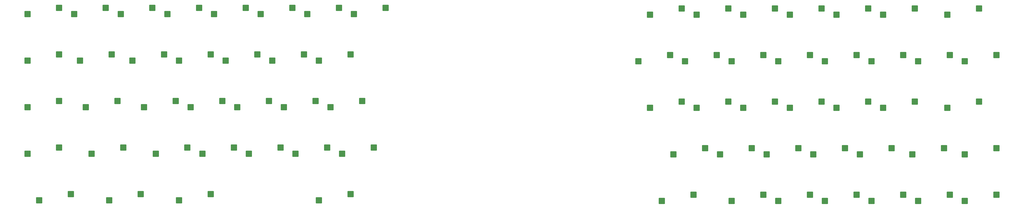
<source format=gbr>
%TF.GenerationSoftware,KiCad,Pcbnew,8.0.8*%
%TF.CreationDate,2025-03-06T07:07:31-06:00*%
%TF.ProjectId,keyboardv2,6b657962-6f61-4726-9476-322e6b696361,rev?*%
%TF.SameCoordinates,Original*%
%TF.FileFunction,Paste,Bot*%
%TF.FilePolarity,Positive*%
%FSLAX46Y46*%
G04 Gerber Fmt 4.6, Leading zero omitted, Abs format (unit mm)*
G04 Created by KiCad (PCBNEW 8.0.8) date 2025-03-06 07:07:31*
%MOMM*%
%LPD*%
G01*
G04 APERTURE LIST*
G04 Aperture macros list*
%AMRoundRect*
0 Rectangle with rounded corners*
0 $1 Rounding radius*
0 $2 $3 $4 $5 $6 $7 $8 $9 X,Y pos of 4 corners*
0 Add a 4 corners polygon primitive as box body*
4,1,4,$2,$3,$4,$5,$6,$7,$8,$9,$2,$3,0*
0 Add four circle primitives for the rounded corners*
1,1,$1+$1,$2,$3*
1,1,$1+$1,$4,$5*
1,1,$1+$1,$6,$7*
1,1,$1+$1,$8,$9*
0 Add four rect primitives between the rounded corners*
20,1,$1+$1,$2,$3,$4,$5,0*
20,1,$1+$1,$4,$5,$6,$7,0*
20,1,$1+$1,$6,$7,$8,$9,0*
20,1,$1+$1,$8,$9,$2,$3,0*%
G04 Aperture macros list end*
%ADD10RoundRect,0.200000X-1.075000X-1.050000X1.075000X-1.050000X1.075000X1.050000X-1.075000X1.050000X0*%
G04 APERTURE END LIST*
D10*
%TO.C,SW69*%
X50515000Y-135010000D03*
X63442000Y-132470000D03*
%TD*%
%TO.C,SW68*%
X50515000Y-115960000D03*
X63442000Y-113420000D03*
%TD*%
%TO.C,SW67*%
X50515000Y-96910000D03*
X63442000Y-94370000D03*
%TD*%
%TO.C,SW66*%
X50515000Y-77860000D03*
X63442000Y-75320000D03*
%TD*%
%TO.C,SW65*%
X433515000Y-154310000D03*
X446442000Y-151770000D03*
%TD*%
%TO.C,SW64*%
X414465000Y-154310000D03*
X427392000Y-151770000D03*
%TD*%
%TO.C,SW63*%
X395415000Y-154310000D03*
X408342000Y-151770000D03*
%TD*%
%TO.C,SW62*%
X376365000Y-154310000D03*
X389292000Y-151770000D03*
%TD*%
%TO.C,SW61*%
X357315000Y-154310000D03*
X370242000Y-151770000D03*
%TD*%
%TO.C,SW60*%
X338265000Y-154310000D03*
X351192000Y-151770000D03*
%TD*%
%TO.C,SW59*%
X309715000Y-154310000D03*
X322642000Y-151770000D03*
%TD*%
%TO.C,SW58*%
X169565000Y-154060000D03*
X182492000Y-151520000D03*
%TD*%
%TO.C,SW57*%
X112415000Y-154060000D03*
X125342000Y-151520000D03*
%TD*%
%TO.C,SW56*%
X83865000Y-154060000D03*
X96792000Y-151520000D03*
%TD*%
%TO.C,SW55*%
X55265000Y-154060000D03*
X68192000Y-151520000D03*
%TD*%
%TO.C,SW54*%
X433515000Y-135260000D03*
X446442000Y-132720000D03*
%TD*%
%TO.C,SW53*%
X412065000Y-135260000D03*
X424992000Y-132720000D03*
%TD*%
%TO.C,SW52*%
X390665000Y-135260000D03*
X403592000Y-132720000D03*
%TD*%
%TO.C,SW51*%
X371615000Y-135260000D03*
X384542000Y-132720000D03*
%TD*%
%TO.C,SW50*%
X352565000Y-135260000D03*
X365492000Y-132720000D03*
%TD*%
%TO.C,SW49*%
X333515000Y-135260000D03*
X346442000Y-132720000D03*
%TD*%
%TO.C,SW48*%
X314465000Y-135260000D03*
X327392000Y-132720000D03*
%TD*%
%TO.C,SW47*%
X179065000Y-135010000D03*
X191992000Y-132470000D03*
%TD*%
%TO.C,SW46*%
X160015000Y-135010000D03*
X172942000Y-132470000D03*
%TD*%
%TO.C,SW45*%
X140985000Y-135010000D03*
X153912000Y-132470000D03*
%TD*%
%TO.C,SW44*%
X121965000Y-135010000D03*
X134892000Y-132470000D03*
%TD*%
%TO.C,SW43*%
X102915000Y-135010000D03*
X115842000Y-132470000D03*
%TD*%
%TO.C,SW42*%
X76715000Y-135010000D03*
X89642000Y-132470000D03*
%TD*%
%TO.C,SW41*%
X426365000Y-116210000D03*
X439292000Y-113670000D03*
%TD*%
%TO.C,SW40*%
X400165000Y-116210000D03*
X413092000Y-113670000D03*
%TD*%
%TO.C,SW39*%
X381115000Y-116210000D03*
X394042000Y-113670000D03*
%TD*%
%TO.C,SW38*%
X362065000Y-116210000D03*
X374992000Y-113670000D03*
%TD*%
%TO.C,SW37*%
X343015000Y-116210000D03*
X355942000Y-113670000D03*
%TD*%
%TO.C,SW36*%
X323965000Y-116210000D03*
X336892000Y-113670000D03*
%TD*%
%TO.C,SW35*%
X304915000Y-116210000D03*
X317842000Y-113670000D03*
%TD*%
%TO.C,SW34*%
X174315000Y-115960000D03*
X187242000Y-113420000D03*
%TD*%
%TO.C,SW33*%
X155265000Y-115960000D03*
X168192000Y-113420000D03*
%TD*%
%TO.C,SW32*%
X136215000Y-115960000D03*
X149142000Y-113420000D03*
%TD*%
%TO.C,SW31*%
X117165000Y-115960000D03*
X130092000Y-113420000D03*
%TD*%
%TO.C,SW30*%
X98115000Y-115960000D03*
X111042000Y-113420000D03*
%TD*%
%TO.C,SW29*%
X74315000Y-115960000D03*
X87242000Y-113420000D03*
%TD*%
%TO.C,SW28*%
X433515000Y-97160000D03*
X446442000Y-94620000D03*
%TD*%
%TO.C,SW27*%
X414465000Y-97160000D03*
X427392000Y-94620000D03*
%TD*%
%TO.C,SW26*%
X395415000Y-97160000D03*
X408342000Y-94620000D03*
%TD*%
%TO.C,SW25*%
X376365000Y-97160000D03*
X389292000Y-94620000D03*
%TD*%
%TO.C,SW24*%
X357315000Y-97160000D03*
X370242000Y-94620000D03*
%TD*%
%TO.C,SW23*%
X338265000Y-97160000D03*
X351192000Y-94620000D03*
%TD*%
%TO.C,SW22*%
X319215000Y-97160000D03*
X332142000Y-94620000D03*
%TD*%
%TO.C,SW21*%
X300165000Y-97160000D03*
X313092000Y-94620000D03*
%TD*%
%TO.C,SW20*%
X169565000Y-96910000D03*
X182492000Y-94370000D03*
%TD*%
%TO.C,SW19*%
X150515000Y-96910000D03*
X163442000Y-94370000D03*
%TD*%
%TO.C,SW18*%
X131465000Y-96910000D03*
X144392000Y-94370000D03*
%TD*%
%TO.C,SW17*%
X112415000Y-96910000D03*
X125342000Y-94370000D03*
%TD*%
%TO.C,SW16*%
X93365000Y-96910000D03*
X106292000Y-94370000D03*
%TD*%
%TO.C,SW15*%
X71965000Y-96910000D03*
X84892000Y-94370000D03*
%TD*%
%TO.C,SW14*%
X426365000Y-78110000D03*
X439292000Y-75570000D03*
%TD*%
%TO.C,SW13*%
X400165000Y-78110000D03*
X413092000Y-75570000D03*
%TD*%
%TO.C,SW12*%
X381115000Y-78110000D03*
X394042000Y-75570000D03*
%TD*%
%TO.C,SW11*%
X362065000Y-78110000D03*
X374992000Y-75570000D03*
%TD*%
%TO.C,SW10*%
X343015000Y-78110000D03*
X355942000Y-75570000D03*
%TD*%
%TO.C,SW9*%
X323965000Y-78110000D03*
X336892000Y-75570000D03*
%TD*%
%TO.C,SW8*%
X304915000Y-78110000D03*
X317842000Y-75570000D03*
%TD*%
%TO.C,SW7*%
X183915000Y-77860000D03*
X196842000Y-75320000D03*
%TD*%
%TO.C,SW6*%
X164865000Y-77860000D03*
X177792000Y-75320000D03*
%TD*%
%TO.C,SW5*%
X145815000Y-77860000D03*
X158742000Y-75320000D03*
%TD*%
%TO.C,SW4*%
X126765000Y-77860000D03*
X139692000Y-75320000D03*
%TD*%
%TO.C,SW3*%
X107715000Y-77860000D03*
X120642000Y-75320000D03*
%TD*%
%TO.C,SW2*%
X88615000Y-77860000D03*
X101542000Y-75320000D03*
%TD*%
%TO.C,SW1*%
X69565000Y-77860000D03*
X82492000Y-75320000D03*
%TD*%
M02*

</source>
